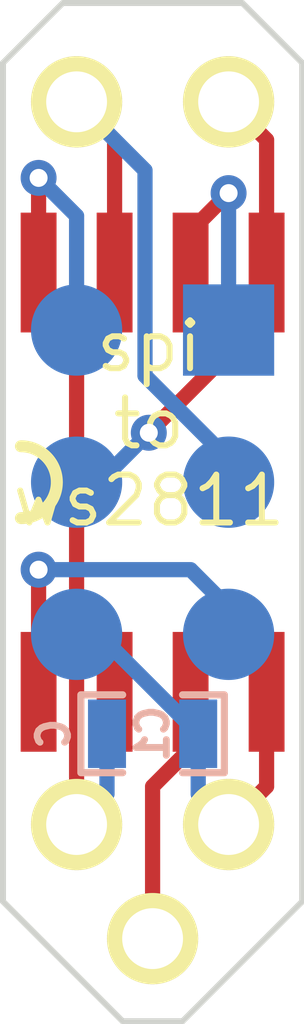
<source format=kicad_pcb>
(kicad_pcb (version 3) (host pcbnew "(25-Oct-2014 BZR 4029)-stable")

  (general
    (links 13)
    (no_connects 0)
    (area -5.167488 -8.8646 5.167488 9.050001)
    (thickness 1.6)
    (drawings 11)
    (tracks 40)
    (zones 0)
    (modules 8)
    (nets 8)
  )

  (page A3)
  (layers
    (15 F.Cu signal)
    (0 B.Cu signal)
    (16 B.Adhes user)
    (17 F.Adhes user)
    (18 B.Paste user)
    (19 F.Paste user)
    (20 B.SilkS user)
    (21 F.SilkS user)
    (22 B.Mask user)
    (23 F.Mask user)
    (24 Dwgs.User user)
    (25 Cmts.User user)
    (26 Eco1.User user)
    (27 Eco2.User user)
    (28 Edge.Cuts user)
  )

  (setup
    (last_trace_width 0.254)
    (trace_clearance 0.1524)
    (zone_clearance 0.508)
    (zone_45_only no)
    (trace_min 0.1524)
    (segment_width 0.2)
    (edge_width 0.1)
    (via_size 0.6)
    (via_drill 0.3)
    (via_min_size 0.6)
    (via_min_drill 0.3)
    (uvia_size 0.508)
    (uvia_drill 0.127)
    (uvias_allowed no)
    (uvia_min_size 0.508)
    (uvia_min_drill 0.127)
    (pcb_text_width 0.3)
    (pcb_text_size 1.5 1.5)
    (mod_edge_width 0.15)
    (mod_text_size 1 1)
    (mod_text_width 0.15)
    (pad_size 1.524 1.524)
    (pad_drill 1.016)
    (pad_to_mask_clearance 0)
    (aux_axis_origin 0 0)
    (visible_elements FFFFFFBF)
    (pcbplotparams
      (layerselection 284196865)
      (usegerberextensions true)
      (excludeedgelayer true)
      (linewidth 0.150000)
      (plotframeref false)
      (viasonmask false)
      (mode 1)
      (useauxorigin false)
      (hpglpennumber 1)
      (hpglpenspeed 20)
      (hpglpendiameter 15)
      (hpglpenoverlay 2)
      (psnegative false)
      (psa4output false)
      (plotreference true)
      (plotvalue true)
      (plotothertext true)
      (plotinvisibletext false)
      (padsonsilk false)
      (subtractmaskfromsilk false)
      (outputformat 1)
      (mirror false)
      (drillshape 0)
      (scaleselection 1)
      (outputdirectory gerb/))
  )

  (net 0 "")
  (net 1 GND)
  (net 2 N-000003)
  (net 3 N-000004)
  (net 4 N-000005)
  (net 5 N-000007)
  (net 6 N-000008)
  (net 7 VCC)

  (net_class Default "This is the default net class."
    (clearance 0.1524)
    (trace_width 0.254)
    (via_dia 0.6)
    (via_drill 0.3)
    (uvia_dia 0.508)
    (uvia_drill 0.127)
    (add_net "")
    (add_net GND)
    (add_net N-000003)
    (add_net N-000004)
    (add_net N-000005)
    (add_net N-000007)
    (add_net N-000008)
    (add_net VCC)
  )

  (module PIN_ARRAY_1 (layer F.Cu) (tedit 5527C372) (tstamp 5527C2A0)
    (at 1.27 5.715)
    (descr "1 pin")
    (tags "CONN DEV")
    (path /5527BE06)
    (fp_text reference P3 (at 0 -1.905) (layer F.SilkS) hide
      (effects (font (size 0.762 0.762) (thickness 0.1524)))
    )
    (fp_text value CONN_1 (at 0 -1.905) (layer F.SilkS) hide
      (effects (font (size 0.762 0.762) (thickness 0.1524)))
    )
    (pad 1 thru_hole oval (at 0 0) (size 1.524 1.524) (drill 1.016)
      (layers *.Cu *.Mask F.SilkS)
      (net 1 GND)
    )
    (model pin_array\pin_1.wrl
      (at (xyz 0 0 0))
      (scale (xyz 1 1 1))
      (rotate (xyz 0 0 0))
    )
  )

  (module PIN_ARRAY_1 (layer F.Cu) (tedit 5527C360) (tstamp 5527BCC1)
    (at 0 7.62)
    (descr "1 pin")
    (tags "CONN DEV")
    (path /5527BD6E)
    (fp_text reference P6 (at 0 -1.905) (layer F.SilkS) hide
      (effects (font (size 0.762 0.762) (thickness 0.1524)))
    )
    (fp_text value CONN_1 (at 0 -1.905) (layer F.SilkS) hide
      (effects (font (size 0.762 0.762) (thickness 0.1524)))
    )
    (pad 1 thru_hole circle (at 0 0) (size 1.524 1.524) (drill 1.016)
      (layers *.Cu *.Mask F.SilkS)
      (net 3 N-000004)
    )
    (model pin_array\pin_1.wrl
      (at (xyz 0 0 0))
      (scale (xyz 1 1 1))
      (rotate (xyz 0 0 0))
    )
  )

  (module PIN_ARRAY_1 (layer F.Cu) (tedit 5527C34C) (tstamp 5527BCD3)
    (at -1.27 5.715)
    (descr "1 pin")
    (tags "CONN DEV")
    (path /5527BD7A)
    (fp_text reference P1 (at 0 -1.905) (layer F.SilkS) hide
      (effects (font (size 0.762 0.762) (thickness 0.1524)))
    )
    (fp_text value CONN_1 (at 0 -1.905) (layer F.SilkS) hide
      (effects (font (size 0.762 0.762) (thickness 0.1524)))
    )
    (pad 1 thru_hole circle (at 0 0) (size 1.524 1.524) (drill 1.016)
      (layers *.Cu *.Mask F.SilkS)
      (net 7 VCC)
    )
    (model pin_array\pin_1.wrl
      (at (xyz 0 0 0))
      (scale (xyz 1 1 1))
      (rotate (xyz 0 0 0))
    )
  )

  (module PIN_ARRAY_1 (layer F.Cu) (tedit 5527C334) (tstamp 5527BCAF)
    (at 1.27 -6.35)
    (descr "1 pin")
    (tags "CONN DEV")
    (path /5527BD62)
    (fp_text reference P4 (at 0 -1.905) (layer F.SilkS) hide
      (effects (font (size 0.762 0.762) (thickness 0.1524)))
    )
    (fp_text value CONN_1 (at 0 -1.905) (layer F.SilkS) hide
      (effects (font (size 0.762 0.762) (thickness 0.1524)))
    )
    (pad 1 thru_hole circle (at 0 0) (size 1.524 1.524) (drill 1.016)
      (layers *.Cu *.Mask F.SilkS)
      (net 2 N-000003)
    )
    (model pin_array\pin_1.wrl
      (at (xyz 0 0 0))
      (scale (xyz 1 1 1))
      (rotate (xyz 0 0 0))
    )
  )

  (module PIN_ARRAY_1 (layer F.Cu) (tedit 5527C2F1) (tstamp 5527BCB8)
    (at -1.27 -6.35)
    (descr "1 pin")
    (tags "CONN DEV")
    (path /5527BD68)
    (fp_text reference P5 (at 0 -1.905) (layer F.SilkS) hide
      (effects (font (size 0.762 0.762) (thickness 0.1524)))
    )
    (fp_text value CONN_1 (at 0 -1.905) (layer F.SilkS) hide
      (effects (font (size 0.762 0.762) (thickness 0.1524)))
    )
    (pad 1 thru_hole circle (at 0 0) (size 1.524 1.524) (drill 1.016)
      (layers *.Cu *.Mask F.SilkS)
      (net 5 N-000007)
    )
    (model pin_array\pin_1.wrl
      (at (xyz 0 0 0))
      (scale (xyz 1 1 1))
      (rotate (xyz 0 0 0))
    )
  )

  (module pin_array_3x2 (layer B.Cu) (tedit 5527C087) (tstamp 5527BDE0)
    (at 0 0 270)
    (descr "Double rangee de contacts 2 x 4 pins")
    (tags CONN)
    (path /552A66BB)
    (fp_text reference CON1 (at 0 3.81 270) (layer B.SilkS) hide
      (effects (font (size 1.016 1.016) (thickness 0.2032)) (justify mirror))
    )
    (fp_text value AVR-ISP-6-NEW (at 0 -3.81 270) (layer B.SilkS) hide
      (effects (font (size 1.016 1.016) (thickness 0.2032)) (justify mirror))
    )
    (pad 1 smd rect (at -2.54 -1.27 270) (size 1.524 1.524)
      (layers B.Cu B.Paste B.Mask)
      (net 4 N-000005)
    )
    (pad 2 smd circle (at -2.54 1.27 270) (size 1.524 1.524)
      (layers B.Cu B.Paste B.Mask)
      (net 7 VCC)
    )
    (pad 3 smd circle (at 0 -1.27 270) (size 1.524 1.524)
      (layers B.Cu B.Paste B.Mask)
      (net 5 N-000007)
    )
    (pad 4 smd circle (at 0 1.27 270) (size 1.524 1.524)
      (layers B.Cu B.Paste B.Mask)
      (net 2 N-000003)
    )
    (pad 5 smd circle (at 2.54 -1.27 270) (size 1.524 1.524)
      (layers B.Cu B.Paste B.Mask)
      (net 6 N-000008)
    )
    (pad 6 smd circle (at 2.54 1.27 270) (size 1.524 1.524)
      (layers B.Cu B.Paste B.Mask)
      (net 1 GND)
    )
    (model pin_array/pins_array_3x2.wrl
      (at (xyz 0 0 0))
      (scale (xyz 1 1 1))
      (rotate (xyz 0 0 0))
    )
  )

  (module SO8E (layer F.Cu) (tedit 5527BFF7) (tstamp 5527BDD2)
    (at 0 0)
    (descr "module CMS SOJ 8 pins etroit")
    (tags "CMS SOJ")
    (path /5527BABF)
    (attr smd)
    (fp_text reference IC1 (at 0 -0.889) (layer F.SilkS) hide
      (effects (font (size 1.143 1.143) (thickness 0.1524)))
    )
    (fp_text value ATTINY85-S (at 0 1.016) (layer F.SilkS) hide
      (effects (font (size 0.889 0.889) (thickness 0.1524)))
    )
    (pad 8 smd rect (at -1.905 -3.5) (size 0.59944 2)
      (layers F.Cu F.Paste F.Mask)
      (net 7 VCC)
    )
    (pad 1 smd rect (at -1.905 3.5) (size 0.59944 2)
      (layers F.Cu F.Paste F.Mask)
      (net 6 N-000008)
    )
    (pad 7 smd rect (at -0.635 -3.5) (size 0.59944 2)
      (layers F.Cu F.Paste F.Mask)
      (net 5 N-000007)
    )
    (pad 6 smd rect (at 0.635 -3.5) (size 0.59944 2)
      (layers F.Cu F.Paste F.Mask)
      (net 4 N-000005)
    )
    (pad 5 smd rect (at 1.905 -3.5) (size 0.59944 2)
      (layers F.Cu F.Paste F.Mask)
      (net 2 N-000003)
    )
    (pad 2 smd rect (at -0.635 3.5) (size 0.59944 2)
      (layers F.Cu F.Paste F.Mask)
    )
    (pad 3 smd rect (at 0.635 3.5) (size 0.59944 2)
      (layers F.Cu F.Paste F.Mask)
      (net 3 N-000004)
    )
    (pad 4 smd rect (at 1.905 3.5) (size 0.59944 2)
      (layers F.Cu F.Paste F.Mask)
      (net 1 GND)
    )
    (model smd/cms_so8.wrl
      (at (xyz 0 0 0))
      (scale (xyz 0.5 0.32 0.5))
      (rotate (xyz 0 0 0))
    )
  )

  (module SM0603_Capa (layer B.Cu) (tedit 5051B1EC) (tstamp 552A6529)
    (at 0 4.2)
    (path /552A653D)
    (attr smd)
    (fp_text reference C1 (at 0 0 270) (layer B.SilkS)
      (effects (font (size 0.508 0.4572) (thickness 0.1143)) (justify mirror))
    )
    (fp_text value C (at -1.651 0 270) (layer B.SilkS)
      (effects (font (size 0.508 0.4572) (thickness 0.1143)) (justify mirror))
    )
    (fp_line (start 0.50038 -0.65024) (end 1.19888 -0.65024) (layer B.SilkS) (width 0.11938))
    (fp_line (start -0.50038 -0.65024) (end -1.19888 -0.65024) (layer B.SilkS) (width 0.11938))
    (fp_line (start 0.50038 0.65024) (end 1.19888 0.65024) (layer B.SilkS) (width 0.11938))
    (fp_line (start -1.19888 0.65024) (end -0.50038 0.65024) (layer B.SilkS) (width 0.11938))
    (fp_line (start 1.19888 0.635) (end 1.19888 -0.635) (layer B.SilkS) (width 0.11938))
    (fp_line (start -1.19888 -0.635) (end -1.19888 0.635) (layer B.SilkS) (width 0.11938))
    (pad 1 smd rect (at -0.762 0) (size 0.635 1.143)
      (layers B.Cu B.Paste B.Mask)
      (net 7 VCC)
    )
    (pad 2 smd rect (at 0.762 0) (size 0.635 1.143)
      (layers B.Cu B.Paste B.Mask)
      (net 1 GND)
    )
    (model smd\capacitors\C0603.wrl
      (at (xyz 0 0 0.001))
      (scale (xyz 0.5 0.5 0.5))
      (rotate (xyz 0 0 0))
    )
  )

  (gr_arc (start -2.2 0) (end -1.6 0) (angle 90) (layer F.SilkS) (width 0.2))
  (gr_arc (start -2.2 0) (end -2.2 -0.6) (angle 90) (layer F.SilkS) (width 0.2))
  (gr_line (start -2.5 7) (end -2.5 -7) (angle 90) (layer Edge.Cuts) (width 0.1))
  (gr_line (start -0.5 9) (end -2.5 7) (angle 90) (layer Edge.Cuts) (width 0.1))
  (gr_line (start 0.5 9) (end -0.5 9) (angle 90) (layer Edge.Cuts) (width 0.1))
  (gr_line (start 2.5 7) (end 0.5 9) (angle 90) (layer Edge.Cuts) (width 0.1))
  (gr_line (start 2.5 -7) (end 2.5 7) (angle 90) (layer Edge.Cuts) (width 0.1))
  (gr_line (start 1.5 -8) (end 2.5 -7) (angle 90) (layer Edge.Cuts) (width 0.1))
  (gr_line (start -1.5 -8) (end 1.5 -8) (angle 90) (layer Edge.Cuts) (width 0.1))
  (gr_line (start -2.5 -7) (end -1.5 -8) (angle 90) (layer Edge.Cuts) (width 0.1))
  (gr_text "spi\nto\nws2811" (at -0.06 -0.98) (layer F.SilkS)
    (effects (font (size 0.8 0.8) (thickness 0.1)))
  )

  (segment (start 0.762 4.2) (end 0.762 5.207) (width 0.254) (layer B.Cu) (net 1))
  (segment (start 0.762 5.207) (end 1.27 5.715) (width 0.254) (layer B.Cu) (net 1) (tstamp 552A6652))
  (segment (start -1.27 2.54) (end -0.898 2.54) (width 0.254) (layer B.Cu) (net 1))
  (segment (start -0.898 2.54) (end 0.762 4.2) (width 0.254) (layer B.Cu) (net 1) (tstamp 552A664A))
  (segment (start 1.905 3.5) (end 1.905 5.08) (width 0.254) (layer F.Cu) (net 1))
  (segment (start 1.905 5.08) (end 1.27 5.715) (width 0.254) (layer F.Cu) (net 1) (tstamp 5527C4CA))
  (segment (start 1.905 -3.5) (end 1.905 -2.794) (width 0.254) (layer F.Cu) (net 2))
  (segment (start -0.889 0) (end -1.27 0) (width 0.254) (layer B.Cu) (net 2) (tstamp 5527CC1B))
  (segment (start -0.0635 -0.8255) (end -0.889 0) (width 0.254) (layer B.Cu) (net 2) (tstamp 5527CC1A))
  (via (at -0.0635 -0.8255) (size 0.6) (layers F.Cu B.Cu) (net 2))
  (segment (start 1.905 -2.794) (end -0.0635 -0.8255) (width 0.254) (layer F.Cu) (net 2) (tstamp 5527CBFF))
  (segment (start 1.905 -3.5) (end 1.905 -5.715) (width 0.254) (layer F.Cu) (net 2))
  (segment (start 1.905 -5.715) (end 1.27 -6.35) (width 0.254) (layer F.Cu) (net 2) (tstamp 5527CAB7))
  (segment (start 0.635 3.5) (end 0.635 4.445) (width 0.254) (layer F.Cu) (net 3))
  (segment (start 0 5.08) (end 0 7.62) (width 0.254) (layer F.Cu) (net 3) (tstamp 5527C4CD))
  (segment (start 0.635 4.445) (end 0 5.08) (width 0.254) (layer F.Cu) (net 3) (tstamp 5527C4CC))
  (segment (start 1.27 -2.54) (end 1.27 -4.826) (width 0.254) (layer B.Cu) (net 4))
  (segment (start 0.635 -4.191) (end 0.635 -3.5) (width 0.254) (layer F.Cu) (net 4) (tstamp 5527CBE3))
  (segment (start 1.27 -4.826) (end 0.635 -4.191) (width 0.254) (layer F.Cu) (net 4) (tstamp 5527CBE2))
  (via (at 1.27 -4.826) (size 0.6) (layers F.Cu B.Cu) (net 4))
  (segment (start -0.635 -3.5) (end -0.635 -5.715) (width 0.254) (layer F.Cu) (net 5))
  (segment (start -0.635 -5.715) (end -1.27 -6.35) (width 0.254) (layer F.Cu) (net 5) (tstamp 5527CC26))
  (segment (start -0.127 -1.778) (end -0.127 -5.207) (width 0.254) (layer B.Cu) (net 5))
  (segment (start -0.127 -5.207) (end -1.27 -6.35) (width 0.254) (layer B.Cu) (net 5) (tstamp 5527CB66))
  (segment (start 1.27 0) (end 1.27 -0.381) (width 0.254) (layer B.Cu) (net 5))
  (segment (start 1.27 -0.381) (end -0.127 -1.778) (width 0.254) (layer B.Cu) (net 5) (tstamp 5527C9D5))
  (segment (start -1.905 3.5) (end -1.905 1.4605) (width 0.254) (layer F.Cu) (net 6))
  (segment (start 1.27 2.0955) (end 1.27 2.54) (width 0.254) (layer B.Cu) (net 6) (tstamp 5527CC6E))
  (segment (start 0.635 1.4605) (end 1.27 2.0955) (width 0.254) (layer B.Cu) (net 6) (tstamp 5527CC6C))
  (segment (start -1.905 1.4605) (end 0.635 1.4605) (width 0.254) (layer B.Cu) (net 6) (tstamp 5527CC6B))
  (via (at -1.905 1.4605) (size 0.6) (layers F.Cu B.Cu) (net 6))
  (segment (start -0.762 4.2) (end -0.762 5.207) (width 0.254) (layer B.Cu) (net 7))
  (segment (start -0.762 5.207) (end -1.27 5.715) (width 0.254) (layer B.Cu) (net 7) (tstamp 552A6657))
  (segment (start -1.905 -3.5) (end -1.905 -2.7305) (width 0.254) (layer F.Cu) (net 7))
  (segment (start -1.27 -2.0955) (end -1.27 5.715) (width 0.254) (layer F.Cu) (net 7) (tstamp 5527CC42))
  (segment (start -1.905 -2.7305) (end -1.27 -2.0955) (width 0.254) (layer F.Cu) (net 7) (tstamp 5527CC37))
  (segment (start -1.905 -3.5) (end -1.905 -5.08) (width 0.254) (layer F.Cu) (net 7))
  (segment (start -1.27 -4.445) (end -1.27 -2.54) (width 0.254) (layer B.Cu) (net 7) (tstamp 5527CAAA))
  (segment (start -1.905 -5.08) (end -1.27 -4.445) (width 0.254) (layer B.Cu) (net 7) (tstamp 5527CAA9))
  (via (at -1.905 -5.08) (size 0.6) (layers F.Cu B.Cu) (net 7))

)

</source>
